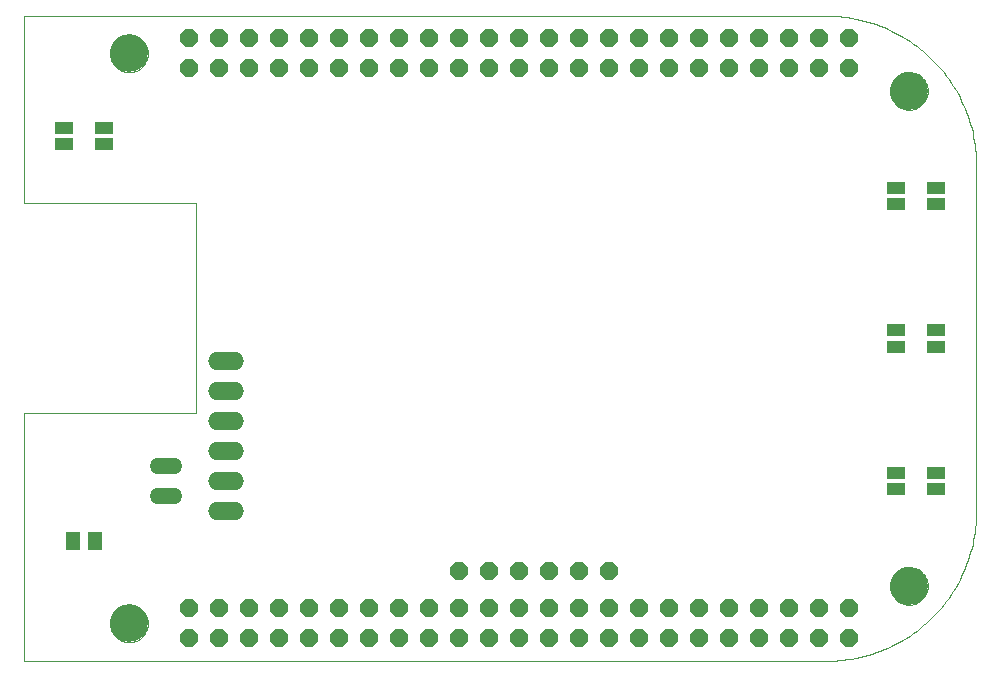
<source format=gts>
G75*
G70*
%OFA0B0*%
%FSLAX24Y24*%
%IPPOS*%
%LPD*%
%AMOC8*
5,1,8,0,0,1.08239X$1,22.5*
%
%ADD10C,0.0000*%
%ADD11OC8,0.0600*%
%ADD12C,0.1260*%
%ADD13O,0.1200X0.0600*%
%ADD14R,0.0512X0.0591*%
%ADD15O,0.1080X0.0540*%
%ADD16R,0.0591X0.0394*%
D10*
X002187Y002187D02*
X002187Y010437D01*
X007937Y010437D01*
X007937Y017437D01*
X002187Y017437D01*
X002187Y023687D01*
X028937Y023687D01*
X031057Y021187D02*
X031060Y021244D01*
X031067Y021301D01*
X031080Y021357D01*
X031098Y021411D01*
X031121Y021464D01*
X031149Y021514D01*
X031181Y021562D01*
X031217Y021606D01*
X031257Y021647D01*
X031301Y021685D01*
X031347Y021718D01*
X031397Y021746D01*
X031449Y021770D01*
X031503Y021790D01*
X031559Y021804D01*
X031615Y021813D01*
X031673Y021817D01*
X031730Y021816D01*
X031787Y021809D01*
X031843Y021797D01*
X031898Y021781D01*
X031951Y021759D01*
X032002Y021733D01*
X032050Y021702D01*
X032096Y021667D01*
X032138Y021627D01*
X032176Y021585D01*
X032210Y021538D01*
X032240Y021489D01*
X032265Y021438D01*
X032285Y021384D01*
X032301Y021329D01*
X032311Y021273D01*
X032316Y021216D01*
X032316Y021158D01*
X032311Y021101D01*
X032301Y021045D01*
X032285Y020990D01*
X032265Y020936D01*
X032240Y020885D01*
X032210Y020836D01*
X032176Y020789D01*
X032138Y020747D01*
X032096Y020707D01*
X032050Y020672D01*
X032002Y020641D01*
X031951Y020615D01*
X031898Y020593D01*
X031843Y020577D01*
X031787Y020565D01*
X031730Y020558D01*
X031673Y020557D01*
X031615Y020561D01*
X031559Y020570D01*
X031503Y020584D01*
X031449Y020604D01*
X031397Y020628D01*
X031347Y020656D01*
X031301Y020689D01*
X031257Y020727D01*
X031217Y020768D01*
X031181Y020812D01*
X031149Y020860D01*
X031121Y020910D01*
X031098Y020963D01*
X031080Y021017D01*
X031067Y021073D01*
X031060Y021130D01*
X031057Y021187D01*
X028937Y023687D02*
X029077Y023685D01*
X029217Y023679D01*
X029357Y023669D01*
X029497Y023656D01*
X029636Y023638D01*
X029775Y023616D01*
X029912Y023591D01*
X030050Y023562D01*
X030186Y023529D01*
X030321Y023492D01*
X030455Y023451D01*
X030588Y023406D01*
X030720Y023358D01*
X030850Y023306D01*
X030979Y023251D01*
X031106Y023192D01*
X031232Y023129D01*
X031356Y023063D01*
X031477Y022994D01*
X031597Y022921D01*
X031715Y022844D01*
X031830Y022765D01*
X031944Y022682D01*
X032054Y022596D01*
X032163Y022507D01*
X032269Y022415D01*
X032372Y022320D01*
X032473Y022223D01*
X032570Y022122D01*
X032665Y022019D01*
X032757Y021913D01*
X032846Y021804D01*
X032932Y021694D01*
X033015Y021580D01*
X033094Y021465D01*
X033171Y021347D01*
X033244Y021227D01*
X033313Y021106D01*
X033379Y020982D01*
X033442Y020856D01*
X033501Y020729D01*
X033556Y020600D01*
X033608Y020470D01*
X033656Y020338D01*
X033701Y020205D01*
X033742Y020071D01*
X033779Y019936D01*
X033812Y019800D01*
X033841Y019662D01*
X033866Y019525D01*
X033888Y019386D01*
X033906Y019247D01*
X033919Y019107D01*
X033929Y018967D01*
X033935Y018827D01*
X033937Y018687D01*
X033937Y007187D01*
X031057Y004687D02*
X031060Y004744D01*
X031067Y004801D01*
X031080Y004857D01*
X031098Y004911D01*
X031121Y004964D01*
X031149Y005014D01*
X031181Y005062D01*
X031217Y005106D01*
X031257Y005147D01*
X031301Y005185D01*
X031347Y005218D01*
X031397Y005246D01*
X031449Y005270D01*
X031503Y005290D01*
X031559Y005304D01*
X031615Y005313D01*
X031673Y005317D01*
X031730Y005316D01*
X031787Y005309D01*
X031843Y005297D01*
X031898Y005281D01*
X031951Y005259D01*
X032002Y005233D01*
X032050Y005202D01*
X032096Y005167D01*
X032138Y005127D01*
X032176Y005085D01*
X032210Y005038D01*
X032240Y004989D01*
X032265Y004938D01*
X032285Y004884D01*
X032301Y004829D01*
X032311Y004773D01*
X032316Y004716D01*
X032316Y004658D01*
X032311Y004601D01*
X032301Y004545D01*
X032285Y004490D01*
X032265Y004436D01*
X032240Y004385D01*
X032210Y004336D01*
X032176Y004289D01*
X032138Y004247D01*
X032096Y004207D01*
X032050Y004172D01*
X032002Y004141D01*
X031951Y004115D01*
X031898Y004093D01*
X031843Y004077D01*
X031787Y004065D01*
X031730Y004058D01*
X031673Y004057D01*
X031615Y004061D01*
X031559Y004070D01*
X031503Y004084D01*
X031449Y004104D01*
X031397Y004128D01*
X031347Y004156D01*
X031301Y004189D01*
X031257Y004227D01*
X031217Y004268D01*
X031181Y004312D01*
X031149Y004360D01*
X031121Y004410D01*
X031098Y004463D01*
X031080Y004517D01*
X031067Y004573D01*
X031060Y004630D01*
X031057Y004687D01*
X028937Y002187D02*
X002187Y002187D01*
X005057Y003437D02*
X005060Y003494D01*
X005067Y003551D01*
X005080Y003607D01*
X005098Y003661D01*
X005121Y003714D01*
X005149Y003764D01*
X005181Y003812D01*
X005217Y003856D01*
X005257Y003897D01*
X005301Y003935D01*
X005347Y003968D01*
X005397Y003996D01*
X005449Y004020D01*
X005503Y004040D01*
X005559Y004054D01*
X005615Y004063D01*
X005673Y004067D01*
X005730Y004066D01*
X005787Y004059D01*
X005843Y004047D01*
X005898Y004031D01*
X005951Y004009D01*
X006002Y003983D01*
X006050Y003952D01*
X006096Y003917D01*
X006138Y003877D01*
X006176Y003835D01*
X006210Y003788D01*
X006240Y003739D01*
X006265Y003688D01*
X006285Y003634D01*
X006301Y003579D01*
X006311Y003523D01*
X006316Y003466D01*
X006316Y003408D01*
X006311Y003351D01*
X006301Y003295D01*
X006285Y003240D01*
X006265Y003186D01*
X006240Y003135D01*
X006210Y003086D01*
X006176Y003039D01*
X006138Y002997D01*
X006096Y002957D01*
X006050Y002922D01*
X006002Y002891D01*
X005951Y002865D01*
X005898Y002843D01*
X005843Y002827D01*
X005787Y002815D01*
X005730Y002808D01*
X005673Y002807D01*
X005615Y002811D01*
X005559Y002820D01*
X005503Y002834D01*
X005449Y002854D01*
X005397Y002878D01*
X005347Y002906D01*
X005301Y002939D01*
X005257Y002977D01*
X005217Y003018D01*
X005181Y003062D01*
X005149Y003110D01*
X005121Y003160D01*
X005098Y003213D01*
X005080Y003267D01*
X005067Y003323D01*
X005060Y003380D01*
X005057Y003437D01*
X028937Y002187D02*
X029077Y002189D01*
X029217Y002195D01*
X029357Y002205D01*
X029497Y002218D01*
X029636Y002236D01*
X029775Y002258D01*
X029912Y002283D01*
X030050Y002312D01*
X030186Y002345D01*
X030321Y002382D01*
X030455Y002423D01*
X030588Y002468D01*
X030720Y002516D01*
X030850Y002568D01*
X030979Y002623D01*
X031106Y002682D01*
X031232Y002745D01*
X031356Y002811D01*
X031477Y002880D01*
X031597Y002953D01*
X031715Y003030D01*
X031830Y003109D01*
X031944Y003192D01*
X032054Y003278D01*
X032163Y003367D01*
X032269Y003459D01*
X032372Y003554D01*
X032473Y003651D01*
X032570Y003752D01*
X032665Y003855D01*
X032757Y003961D01*
X032846Y004070D01*
X032932Y004180D01*
X033015Y004294D01*
X033094Y004409D01*
X033171Y004527D01*
X033244Y004647D01*
X033313Y004768D01*
X033379Y004892D01*
X033442Y005018D01*
X033501Y005145D01*
X033556Y005274D01*
X033608Y005404D01*
X033656Y005536D01*
X033701Y005669D01*
X033742Y005803D01*
X033779Y005938D01*
X033812Y006074D01*
X033841Y006212D01*
X033866Y006349D01*
X033888Y006488D01*
X033906Y006627D01*
X033919Y006767D01*
X033929Y006907D01*
X033935Y007047D01*
X033937Y007187D01*
X005057Y022437D02*
X005060Y022494D01*
X005067Y022551D01*
X005080Y022607D01*
X005098Y022661D01*
X005121Y022714D01*
X005149Y022764D01*
X005181Y022812D01*
X005217Y022856D01*
X005257Y022897D01*
X005301Y022935D01*
X005347Y022968D01*
X005397Y022996D01*
X005449Y023020D01*
X005503Y023040D01*
X005559Y023054D01*
X005615Y023063D01*
X005673Y023067D01*
X005730Y023066D01*
X005787Y023059D01*
X005843Y023047D01*
X005898Y023031D01*
X005951Y023009D01*
X006002Y022983D01*
X006050Y022952D01*
X006096Y022917D01*
X006138Y022877D01*
X006176Y022835D01*
X006210Y022788D01*
X006240Y022739D01*
X006265Y022688D01*
X006285Y022634D01*
X006301Y022579D01*
X006311Y022523D01*
X006316Y022466D01*
X006316Y022408D01*
X006311Y022351D01*
X006301Y022295D01*
X006285Y022240D01*
X006265Y022186D01*
X006240Y022135D01*
X006210Y022086D01*
X006176Y022039D01*
X006138Y021997D01*
X006096Y021957D01*
X006050Y021922D01*
X006002Y021891D01*
X005951Y021865D01*
X005898Y021843D01*
X005843Y021827D01*
X005787Y021815D01*
X005730Y021808D01*
X005673Y021807D01*
X005615Y021811D01*
X005559Y021820D01*
X005503Y021834D01*
X005449Y021854D01*
X005397Y021878D01*
X005347Y021906D01*
X005301Y021939D01*
X005257Y021977D01*
X005217Y022018D01*
X005181Y022062D01*
X005149Y022110D01*
X005121Y022160D01*
X005098Y022213D01*
X005080Y022267D01*
X005067Y022323D01*
X005060Y022380D01*
X005057Y022437D01*
D11*
X007687Y021937D03*
X008687Y021937D03*
X008687Y022937D03*
X007687Y022937D03*
X009687Y022937D03*
X009687Y021937D03*
X010687Y021937D03*
X010687Y022937D03*
X011687Y022937D03*
X012687Y022937D03*
X012687Y021937D03*
X011687Y021937D03*
X013687Y021937D03*
X013687Y022937D03*
X014687Y022937D03*
X014687Y021937D03*
X015687Y021937D03*
X016687Y021937D03*
X016687Y022937D03*
X015687Y022937D03*
X017687Y022937D03*
X017687Y021937D03*
X018687Y021937D03*
X018687Y022937D03*
X019687Y022937D03*
X020687Y022937D03*
X020687Y021937D03*
X019687Y021937D03*
X021687Y021937D03*
X021687Y022937D03*
X022687Y022937D03*
X022687Y021937D03*
X023687Y021937D03*
X024687Y021937D03*
X024687Y022937D03*
X023687Y022937D03*
X025687Y022937D03*
X025687Y021937D03*
X026687Y021937D03*
X026687Y022937D03*
X027687Y022937D03*
X028687Y022937D03*
X028687Y021937D03*
X027687Y021937D03*
X029687Y021937D03*
X029687Y022937D03*
X021687Y005187D03*
X020687Y005187D03*
X019687Y005187D03*
X018687Y005187D03*
X017687Y005187D03*
X016687Y005187D03*
X016687Y003937D03*
X015687Y003937D03*
X015687Y002937D03*
X016687Y002937D03*
X017687Y002937D03*
X017687Y003937D03*
X018687Y003937D03*
X018687Y002937D03*
X019687Y002937D03*
X020687Y002937D03*
X020687Y003937D03*
X019687Y003937D03*
X021687Y003937D03*
X021687Y002937D03*
X022687Y002937D03*
X022687Y003937D03*
X023687Y003937D03*
X024687Y003937D03*
X024687Y002937D03*
X023687Y002937D03*
X025687Y002937D03*
X025687Y003937D03*
X026687Y003937D03*
X026687Y002937D03*
X027687Y002937D03*
X028687Y002937D03*
X028687Y003937D03*
X027687Y003937D03*
X029687Y003937D03*
X029687Y002937D03*
X014687Y002937D03*
X013687Y002937D03*
X012687Y002937D03*
X011687Y002937D03*
X010687Y002937D03*
X009687Y002937D03*
X008687Y002937D03*
X007687Y002937D03*
X007687Y003937D03*
X008687Y003937D03*
X009687Y003937D03*
X010687Y003937D03*
X011687Y003937D03*
X012687Y003937D03*
X013687Y003937D03*
X014687Y003937D03*
D12*
X005687Y003437D03*
X005687Y022437D03*
X031687Y021187D03*
X031687Y004687D03*
D13*
X008937Y007187D03*
X008937Y008187D03*
X008937Y009187D03*
X008937Y010187D03*
X008937Y011187D03*
X008937Y012187D03*
D14*
X004561Y006187D03*
X003813Y006187D03*
D15*
X006937Y007687D03*
X006937Y008687D03*
D16*
X004856Y019411D03*
X004856Y019963D03*
X003518Y019963D03*
X003518Y019411D03*
X031268Y017963D03*
X031268Y017411D03*
X032606Y017411D03*
X032606Y017963D03*
X032606Y013213D03*
X032606Y012661D03*
X031268Y012661D03*
X031268Y013213D03*
X031268Y008463D03*
X031268Y007911D03*
X032606Y007911D03*
X032606Y008463D03*
M02*

</source>
